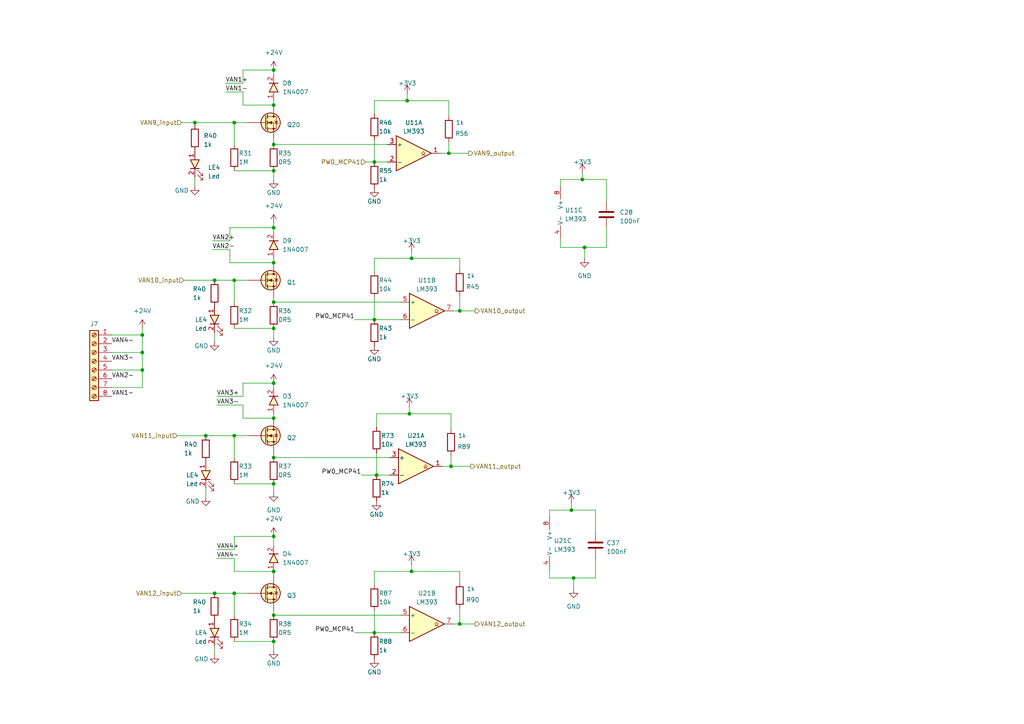
<source format=kicad_sch>
(kicad_sch (version 20230121) (generator eeschema)
  (paper "A4")
  (lib_symbols
    (symbol "Comparator:LM393" (pin_names (offset 0.127))
      (property "Reference" "U" (at 3.81 3.81 0))
      (property "Value" "LM393" (at 6.35 -3.81 0))
      (symbol "LM393_1_1"
        (polyline (pts (xy -5.08 5.08) (xy 5.08 0) (xy -5.08 -5.08) (xy -5.08 5.08)) (stroke (width 0.254)) (fill (type background)))
        (polyline (pts (xy 3.302 -0.508) (xy 2.794 -0.508) (xy 3.302 0) (xy 2.794 0.508) (xy 2.286 0) (xy 2.794 -0.508) (xy 2.286 -0.508)) (stroke (width 0.127)))
        (pin open_collector line (at 7.62 0 180) (length 2.54) (name "~") (number "1"))
        (pin input line (at -7.62 -2.54 0) (length 2.54) (name "-") (number "2"))
        (pin input line (at -7.62 2.54 0) (length 2.54) (name "+") (number "3"))
      )
      (symbol "LM393_2_1"
        (polyline (pts (xy -5.08 5.08) (xy 5.08 0) (xy -5.08 -5.08) (xy -5.08 5.08)) (stroke (width 0.254)) (fill (type background)))
        (polyline (pts (xy 3.302 -0.508) (xy 2.794 -0.508) (xy 3.302 0) (xy 2.794 0.508) (xy 2.286 0) (xy 2.794 -0.508) (xy 2.286 -0.508)) (stroke (width 0.127)))
        (pin input line (at -7.62 2.54 0) (length 2.54) (name "+") (number "5"))
        (pin input line (at -7.62 -2.54 0) (length 2.54) (name "-") (number "6"))
        (pin open_collector line (at 7.62 0 180) (length 2.54) (name "~") (number "7"))
      )
      (symbol "LM393_3_1"
        (pin power_in line (at -2.54 -7.62 90) (length 3.81) (name "V-") (number "4"))
        (pin power_in line (at -2.54 7.62 270) (length 3.81) (name "V+") (number "8"))
      )
    )
    (symbol "Connector:Screw_Terminal_01x08" (pin_names (offset 1.016) hide)
      (property "Reference" "J" (at 0 10.16 0))
      (property "Value" "Screw_Terminal_01x08" (at 0 -12.7 0))
      (symbol "Screw_Terminal_01x08_1_1"
        (rectangle (start -1.27 8.89) (end 1.27 -11.43) (stroke (width 0.254)) (fill (type background)))
        (circle (center 0 -10.16) (radius 0.635) (stroke (width 0.1524)))
        (circle (center 0 -7.62) (radius 0.635) (stroke (width 0.1524)))
        (circle (center 0 -5.08) (radius 0.635) (stroke (width 0.1524)))
        (circle (center 0 -2.54) (radius 0.635) (stroke (width 0.1524)))
        (polyline (pts (xy -0.5334 -9.8298) (xy 0.3302 -10.668)) (stroke (width 0.1524)))
        (polyline (pts (xy -0.5334 -7.2898) (xy 0.3302 -8.128)) (stroke (width 0.1524)))
        (polyline (pts (xy -0.5334 -4.7498) (xy 0.3302 -5.588)) (stroke (width 0.1524)))
        (polyline (pts (xy -0.5334 -2.2098) (xy 0.3302 -3.048)) (stroke (width 0.1524)))
        (polyline (pts (xy -0.5334 0.3302) (xy 0.3302 -0.508)) (stroke (width 0.1524)))
        (polyline (pts (xy -0.5334 2.8702) (xy 0.3302 2.032)) (stroke (width 0.1524)))
        (polyline (pts (xy -0.5334 5.4102) (xy 0.3302 4.572)) (stroke (width 0.1524)))
        (polyline (pts (xy -0.5334 7.9502) (xy 0.3302 7.112)) (stroke (width 0.1524)))
        (polyline (pts (xy -0.3556 -9.652) (xy 0.508 -10.4902)) (stroke (width 0.1524)))
        (polyline (pts (xy -0.3556 -7.112) (xy 0.508 -7.9502)) (stroke (width 0.1524)))
        (polyline (pts (xy -0.3556 -4.572) (xy 0.508 -5.4102)) (stroke (width 0.1524)))
        (polyline (pts (xy -0.3556 -2.032) (xy 0.508 -2.8702)) (stroke (width 0.1524)))
        (polyline (pts (xy -0.3556 0.508) (xy 0.508 -0.3302)) (stroke (width 0.1524)))
        (polyline (pts (xy -0.3556 3.048) (xy 0.508 2.2098)) (stroke (width 0.1524)))
        (polyline (pts (xy -0.3556 5.588) (xy 0.508 4.7498)) (stroke (width 0.1524)))
        (polyline (pts (xy -0.3556 8.128) (xy 0.508 7.2898)) (stroke (width 0.1524)))
        (circle (center 0 0) (radius 0.635) (stroke (width 0.1524)))
        (circle (center 0 2.54) (radius 0.635) (stroke (width 0.1524)))
        (circle (center 0 5.08) (radius 0.635) (stroke (width 0.1524)))
        (circle (center 0 7.62) (radius 0.635) (stroke (width 0.1524)))
        (pin passive line (at -5.08 7.62 0) (length 3.81) (name "Pin_1") (number "1"))
        (pin passive line (at -5.08 5.08 0) (length 3.81) (name "Pin_2") (number "2"))
        (pin passive line (at -5.08 2.54 0) (length 3.81) (name "Pin_3") (number "3"))
        (pin passive line (at -5.08 0 0) (length 3.81) (name "Pin_4") (number "4"))
        (pin passive line (at -5.08 -2.54 0) (length 3.81) (name "Pin_5") (number "5"))
        (pin passive line (at -5.08 -5.08 0) (length 3.81) (name "Pin_6") (number "6"))
        (pin passive line (at -5.08 -7.62 0) (length 3.81) (name "Pin_7") (number "7"))
        (pin passive line (at -5.08 -10.16 0) (length 3.81) (name "Pin_8") (number "8"))
      )
    )
    (symbol "Device:C" (pin_numbers hide) (pin_names (offset 0.254))
      (property "Reference" "C" (at 0.635 2.54 0))
      (property "Value" "C" (at 0.635 -2.54 0))
      (symbol "C_0_1"
        (polyline (pts (xy -2.032 -0.762) (xy 2.032 -0.762)) (stroke (width 0.508)))
        (polyline (pts (xy -2.032 0.762) (xy 2.032 0.762)) (stroke (width 0.508)))
      )
      (symbol "C_1_1"
        (pin passive line (at 0 3.81 270) (length 2.794) (name "~") (number "1"))
        (pin passive line (at 0 -3.81 90) (length 2.794) (name "~") (number "2"))
      )
    )
    (symbol "Device:R" (pin_numbers hide) (pin_names (offset 0))
      (property "Reference" "R" (at 2.032 0 90))
      (property "Value" "R" (at 0 0 90))
      (symbol "R_0_1"
        (rectangle (start -1.016 -2.54) (end 1.016 2.54) (stroke (width 0.254)))
      )
      (symbol "R_1_1"
        (pin passive line (at 0 3.81 270) (length 1.27) (name "~") (number "1"))
        (pin passive line (at 0 -3.81 90) (length 1.27) (name "~") (number "2"))
      )
    )
    (symbol "IVS_SYMBOLS:Led"
      (property "Reference" "LE" (at 0.508 -2.794 0))
      (property "Value" "Led" (at -0.254 2.794 0))
      (symbol "Led_0_1"
        (polyline (pts (xy 0 -1.27) (xy 0 1.27)) (stroke (width 0.254)))
        (polyline (pts (xy 2.54 -1.27) (xy 2.54 1.27) (xy 0 0) (xy 2.54 -1.27)) (stroke (width 0.254)) (fill (type background)))
        (polyline (pts (xy -1.778 -0.762) (xy -3.302 -2.286) (xy -2.54 -2.286) (xy -3.302 -2.286) (xy -3.302 -1.524)))
        (polyline (pts (xy -0.508 -0.762) (xy -2.032 -2.286) (xy -1.27 -2.286) (xy -2.032 -2.286) (xy -2.032 -1.524)))
      )
      (symbol "Led_1_1"
        (pin passive line (at 5.08 0 180) (length 2.54) (name "") (number "1"))
        (pin passive line (at -2.54 0 0) (length 2.54) (name "") (number "2"))
      )
    )
    (symbol "IVS_SYMBOLS:N_Mosfet" (pin_numbers hide) (pin_names hide)
      (property "Reference" "Q" (at 2.794 1.2192 0))
      (symbol "N_Mosfet_0_1"
        (circle (center -0.889 0) (radius 2.794) (stroke (width 0.254)) (fill (type background)))
        (circle (center 0 -1.778) (radius 0.254) (fill (type outline)))
        (polyline (pts (xy -2.286 0) (xy -5.08 0)))
        (polyline (pts (xy -2.286 1.905) (xy -2.286 -1.905)) (stroke (width 0.254)))
        (polyline (pts (xy -1.778 -1.27) (xy -1.778 -2.286)) (stroke (width 0.254)))
        (polyline (pts (xy -1.778 0.508) (xy -1.778 -0.508)) (stroke (width 0.254)))
        (polyline (pts (xy -1.778 2.286) (xy -1.778 1.27)) (stroke (width 0.254)))
        (polyline (pts (xy 0 2.54) (xy 0 1.778)))
        (polyline (pts (xy 0 -2.54) (xy 0 0) (xy -1.778 0)))
        (polyline (pts (xy -1.778 -1.778) (xy 0.762 -1.778) (xy 0.762 1.778) (xy -1.778 1.778)))
        (polyline (pts (xy -1.524 0) (xy -0.508 0.381) (xy -0.508 -0.381) (xy -1.524 0)) (fill (type outline)))
        (polyline (pts (xy 0.254 0.508) (xy 0.381 0.381) (xy 1.143 0.381) (xy 1.27 0.254)))
        (polyline (pts (xy 0.762 0.381) (xy 0.381 -0.254) (xy 1.143 -0.254) (xy 0.762 0.381)))
        (circle (center 0 1.778) (radius 0.254) (fill (type outline)))
      )
      (symbol "N_Mosfet_1_1"
        (pin input line (at -7.62 0 0) (length 2.54) (name "G") (number "1"))
        (pin passive line (at 0 -5.08 90) (length 2.54) (name "S") (number "2"))
        (pin passive line (at 0 5.08 270) (length 2.54) (name "D") (number "3"))
      )
    )
    (symbol "IVS_SYMBOL_DIR:D_Diode"
      (property "Reference" "D" (at 0 2.54 0))
      (property "Value" "D_Diode" (at 0 -2.54 0))
      (symbol "D_Diode_0_1"
        (polyline (pts (xy 0 1.27) (xy 0 -1.27)) (stroke (width 0.254)))
        (polyline (pts (xy 2.54 1.27) (xy 2.54 -1.27) (xy 0 0) (xy 2.54 1.27)) (stroke (width 0.254)) (fill (type background)))
      )
      (symbol "D_Diode_1_1"
        (pin passive line (at 5.08 0 180) (length 2.54) (name "") (number "1"))
        (pin passive line (at -2.54 0 0) (length 2.54) (name "") (number "2"))
      )
    )
    (symbol "Led_1"
      (property "Reference" "LE" (at 0.508 -2.794 0))
      (property "Value" "Led" (at -0.254 2.794 0))
      (symbol "Led_1_0_1"
        (polyline (pts (xy 0 -1.27) (xy 0 1.27)) (stroke (width 0.254)))
        (polyline (pts (xy 2.54 -1.27) (xy 2.54 1.27) (xy 0 0) (xy 2.54 -1.27)) (stroke (width 0.254)) (fill (type background)))
        (polyline (pts (xy -1.778 -0.762) (xy -3.302 -2.286) (xy -2.54 -2.286) (xy -3.302 -2.286) (xy -3.302 -1.524)))
        (polyline (pts (xy -0.508 -0.762) (xy -2.032 -2.286) (xy -1.27 -2.286) (xy -2.032 -2.286) (xy -2.032 -1.524)))
      )
      (symbol "Led_1_1_1"
        (pin passive line (at 5.08 0 180) (length 2.54) (name "") (number "1"))
        (pin passive line (at -2.54 0 0) (length 2.54) (name "") (number "2"))
      )
    )
    (symbol "Led_2"
      (property "Reference" "LE" (at 0.508 -2.794 0))
      (property "Value" "Led" (at -0.254 2.794 0))
      (symbol "Led_2_0_1"
        (polyline (pts (xy 0 -1.27) (xy 0 1.27)) (stroke (width 0.254)))
        (polyline (pts (xy 2.54 -1.27) (xy 2.54 1.27) (xy 0 0) (xy 2.54 -1.27)) (stroke (width 0.254)) (fill (type background)))
        (polyline (pts (xy -1.778 -0.762) (xy -3.302 -2.286) (xy -2.54 -2.286) (xy -3.302 -2.286) (xy -3.302 -1.524)))
        (polyline (pts (xy -0.508 -0.762) (xy -2.032 -2.286) (xy -1.27 -2.286) (xy -2.032 -2.286) (xy -2.032 -1.524)))
      )
      (symbol "Led_2_1_1"
        (pin passive line (at 5.08 0 180) (length 2.54) (name "") (number "1"))
        (pin passive line (at -2.54 0 0) (length 2.54) (name "") (number "2"))
      )
    )
    (symbol "Led_3"
      (property "Reference" "LE" (at 0.508 -2.794 0))
      (property "Value" "Led" (at -0.254 2.794 0))
      (symbol "Led_3_0_1"
        (polyline (pts (xy 0 -1.27) (xy 0 1.27)) (stroke (width 0.254)))
        (polyline (pts (xy 2.54 -1.27) (xy 2.54 1.27) (xy 0 0) (xy 2.54 -1.27)) (stroke (width 0.254)) (fill (type background)))
        (polyline (pts (xy -1.778 -0.762) (xy -3.302 -2.286) (xy -2.54 -2.286) (xy -3.302 -2.286) (xy -3.302 -1.524)))
        (polyline (pts (xy -0.508 -0.762) (xy -2.032 -2.286) (xy -1.27 -2.286) (xy -2.032 -2.286) (xy -2.032 -1.524)))
      )
      (symbol "Led_3_1_1"
        (pin passive line (at 5.08 0 180) (length 2.54) (name "") (number "1"))
        (pin passive line (at -2.54 0 0) (length 2.54) (name "") (number "2"))
      )
    )
    (symbol "power:+24V" (power) (pin_names (offset 0))
      (property "Value" "+24V" (at 0 3.556 0))
      (symbol "+24V_0_1"
        (polyline (pts (xy -0.762 1.27) (xy 0 2.54)))
        (polyline (pts (xy 0 0) (xy 0 2.54)))
        (polyline (pts (xy 0 2.54) (xy 0.762 1.27)))
      )
      (symbol "+24V_1_1"
        (pin power_in line (at 0 0 90) (length 0) hide (name "+24V") (number "1"))
      )
    )
    (symbol "power:+3V3" (power) (pin_names (offset 0))
      (property "Value" "+3V3" (at 0 3.556 0))
      (symbol "+3V3_0_1"
        (polyline (pts (xy -0.762 1.27) (xy 0 2.54)))
        (polyline (pts (xy 0 0) (xy 0 2.54)))
        (polyline (pts (xy 0 2.54) (xy 0.762 1.27)))
      )
      (symbol "+3V3_1_1"
        (pin power_in line (at 0 0 90) (length 0) hide (name "+3V3") (number "1"))
      )
    )
    (symbol "power:GND" (power) (pin_names (offset 0))
      (property "Value" "GND" (at 0 -3.81 0))
      (symbol "GND_0_1"
        (polyline (pts (xy 0 0) (xy 0 -1.27) (xy 1.27 -1.27) (xy 0 -2.54) (xy -1.27 -1.27) (xy 0 -1.27)))
      )
      (symbol "GND_1_1"
        (pin power_in line (at 0 0 270) (length 0) hide (name "GND") (number "1"))
      )
    )
  )
  (junction (at 79.375 178.435))
  (junction (at 118.745 120.015))
  (junction (at 62.23 172.085))
  (junction (at 79.375 165.735))
  (junction (at 41.275 102.235))
  (junction (at 166.37 167.64))
  (junction (at 41.275 97.155))
  (junction (at 79.375 111.125))
  (junction (at 67.945 35.56))
  (junction (at 67.945 172.085))
  (junction (at 79.375 30.48))
  (junction (at 130.81 135.255))
  (junction (at 169.545 71.755))
  (junction (at 118.11 29.21))
  (junction (at 67.945 81.28))
  (junction (at 62.23 81.28))
  (junction (at 133.35 90.17))
  (junction (at 79.375 186.055))
  (junction (at 79.375 132.715))
  (junction (at 67.945 126.365))
  (junction (at 168.91 52.07))
  (junction (at 79.375 41.91))
  (junction (at 130.175 44.45))
  (junction (at 79.375 95.25))
  (junction (at 41.275 107.315))
  (junction (at 79.375 121.285))
  (junction (at 79.375 66.04))
  (junction (at 79.375 49.53))
  (junction (at 165.735 147.955))
  (junction (at 119.38 74.93))
  (junction (at 109.22 137.795))
  (junction (at 108.585 183.515))
  (junction (at 59.69 126.365))
  (junction (at 108.585 46.99))
  (junction (at 79.375 87.63))
  (junction (at 79.375 20.32))
  (junction (at 56.515 35.56))
  (junction (at 133.35 180.975))
  (junction (at 108.585 92.71))
  (junction (at 79.375 155.575))
  (junction (at 119.38 165.735))
  (junction (at 79.375 76.2))
  (junction (at 79.375 140.335))
  (wire (pts (xy 67.945 172.085) (xy 71.755 172.085)))
  (wire (pts (xy 108.585 169.545) (xy 108.585 165.735)))
  (wire (pts (xy 70.485 20.32) (xy 79.375 20.32)))
  (wire (pts (xy 162.56 69.215) (xy 162.56 71.755)))
  (wire (pts (xy 175.895 71.755) (xy 175.895 66.04)))
  (wire (pts (xy 67.945 35.56) (xy 71.755 35.56)))
  (wire (pts (xy 102.87 92.71) (xy 108.585 92.71)))
  (wire (pts (xy 109.22 137.795) (xy 113.03 137.795)))
  (wire (pts (xy 79.375 131.445) (xy 79.375 132.715)))
  (wire (pts (xy 118.745 120.015) (xy 109.22 120.015)))
  (wire (pts (xy 56.515 36.195) (xy 56.515 35.56)))
  (wire (pts (xy 159.385 167.64) (xy 166.37 167.64)))
  (wire (pts (xy 79.375 140.335) (xy 79.375 142.875)))
  (wire (pts (xy 66.675 69.85) (xy 66.675 66.04)))
  (wire (pts (xy 32.385 107.315) (xy 41.275 107.315)))
  (wire (pts (xy 79.375 95.25) (xy 79.375 97.79)))
  (wire (pts (xy 62.23 81.28) (xy 67.945 81.28)))
  (wire (pts (xy 133.35 176.53) (xy 133.35 180.975)))
  (wire (pts (xy 159.385 165.1) (xy 159.385 167.64)))
  (wire (pts (xy 79.375 120.015) (xy 79.375 121.285)))
  (wire (pts (xy 67.945 165.735) (xy 79.375 165.735)))
  (wire (pts (xy 61.595 69.85) (xy 66.675 69.85)))
  (wire (pts (xy 70.485 24.13) (xy 70.485 20.32)))
  (wire (pts (xy 62.865 161.925) (xy 67.945 161.925)))
  (wire (pts (xy 130.175 44.45) (xy 135.89 44.45)))
  (wire (pts (xy 119.38 73.025) (xy 119.38 74.93)))
  (wire (pts (xy 62.865 117.475) (xy 70.485 117.475)))
  (wire (pts (xy 108.585 74.93) (xy 119.38 74.93)))
  (wire (pts (xy 133.35 90.17) (xy 131.445 90.17)))
  (wire (pts (xy 62.23 187.325) (xy 62.23 189.865)))
  (wire (pts (xy 67.945 49.53) (xy 79.375 49.53)))
  (wire (pts (xy 79.375 64.77) (xy 79.375 66.04)))
  (wire (pts (xy 106.045 46.99) (xy 108.585 46.99)))
  (wire (pts (xy 165.735 146.05) (xy 165.735 147.955)))
  (wire (pts (xy 41.275 97.155) (xy 41.275 102.235)))
  (wire (pts (xy 52.705 172.085) (xy 62.23 172.085)))
  (wire (pts (xy 109.22 131.445) (xy 109.22 137.795)))
  (wire (pts (xy 79.375 155.575) (xy 79.375 158.115)))
  (wire (pts (xy 79.375 49.53) (xy 79.375 52.07)))
  (wire (pts (xy 79.375 177.165) (xy 79.375 178.435)))
  (wire (pts (xy 62.865 159.385) (xy 67.945 159.385)))
  (wire (pts (xy 67.945 95.25) (xy 79.375 95.25)))
  (wire (pts (xy 62.23 96.52) (xy 62.23 99.06)))
  (wire (pts (xy 127.635 44.45) (xy 130.175 44.45)))
  (wire (pts (xy 59.69 141.605) (xy 59.69 144.145)))
  (wire (pts (xy 79.375 86.36) (xy 79.375 87.63)))
  (wire (pts (xy 175.895 52.07) (xy 168.91 52.07)))
  (wire (pts (xy 79.375 132.715) (xy 113.03 132.715)))
  (wire (pts (xy 159.385 147.955) (xy 159.385 149.86)))
  (wire (pts (xy 67.945 81.28) (xy 71.755 81.28)))
  (wire (pts (xy 52.705 35.56) (xy 56.515 35.56)))
  (wire (pts (xy 70.485 117.475) (xy 70.485 121.285)))
  (wire (pts (xy 67.945 126.365) (xy 67.945 132.715)))
  (wire (pts (xy 130.175 29.21) (xy 118.11 29.21)))
  (wire (pts (xy 166.37 167.64) (xy 172.72 167.64)))
  (wire (pts (xy 130.81 135.255) (xy 136.525 135.255)))
  (wire (pts (xy 128.27 135.255) (xy 130.81 135.255)))
  (wire (pts (xy 70.485 111.125) (xy 79.375 111.125)))
  (wire (pts (xy 109.22 123.825) (xy 109.22 120.015)))
  (wire (pts (xy 118.11 29.21) (xy 108.585 29.21)))
  (wire (pts (xy 118.11 27.305) (xy 118.11 29.21)))
  (wire (pts (xy 102.87 183.515) (xy 108.585 183.515)))
  (wire (pts (xy 118.745 118.11) (xy 118.745 120.015)))
  (wire (pts (xy 79.375 74.93) (xy 79.375 76.2)))
  (wire (pts (xy 62.23 172.085) (xy 67.945 172.085)))
  (wire (pts (xy 108.585 177.165) (xy 108.585 183.515)))
  (wire (pts (xy 169.545 71.755) (xy 175.895 71.755)))
  (wire (pts (xy 51.435 126.365) (xy 59.69 126.365)))
  (wire (pts (xy 130.81 132.08) (xy 130.81 135.255)))
  (wire (pts (xy 162.56 52.07) (xy 162.56 53.975)))
  (wire (pts (xy 172.72 154.305) (xy 172.72 147.955)))
  (wire (pts (xy 108.585 33.02) (xy 108.585 29.21)))
  (wire (pts (xy 62.865 114.935) (xy 70.485 114.935)))
  (wire (pts (xy 133.35 165.735) (xy 133.35 168.91)))
  (wire (pts (xy 116.205 87.63) (xy 79.375 87.63)))
  (wire (pts (xy 67.945 87.63) (xy 67.945 81.28)))
  (wire (pts (xy 70.485 114.935) (xy 70.485 111.125)))
  (wire (pts (xy 133.35 85.725) (xy 133.35 90.17)))
  (wire (pts (xy 67.945 155.575) (xy 79.375 155.575)))
  (wire (pts (xy 119.38 165.735) (xy 133.35 165.735)))
  (wire (pts (xy 67.945 140.335) (xy 79.375 140.335)))
  (wire (pts (xy 79.375 20.32) (xy 79.375 21.59)))
  (wire (pts (xy 168.91 50.165) (xy 168.91 52.07)))
  (wire (pts (xy 130.81 124.46) (xy 130.81 120.015)))
  (wire (pts (xy 133.35 90.17) (xy 137.795 90.17)))
  (wire (pts (xy 67.945 41.91) (xy 67.945 35.56)))
  (wire (pts (xy 108.585 86.36) (xy 108.585 92.71)))
  (wire (pts (xy 172.72 147.955) (xy 165.735 147.955)))
  (wire (pts (xy 172.72 167.64) (xy 172.72 161.925)))
  (wire (pts (xy 65.405 24.13) (xy 70.485 24.13)))
  (wire (pts (xy 108.585 46.99) (xy 112.395 46.99)))
  (wire (pts (xy 79.375 111.125) (xy 79.375 112.395)))
  (wire (pts (xy 169.545 71.755) (xy 169.545 74.93)))
  (wire (pts (xy 119.38 163.83) (xy 119.38 165.735)))
  (wire (pts (xy 67.945 178.435) (xy 67.945 172.085)))
  (wire (pts (xy 130.175 33.655) (xy 130.175 29.21)))
  (wire (pts (xy 166.37 167.64) (xy 166.37 170.815)))
  (wire (pts (xy 79.375 165.735) (xy 79.375 167.005)))
  (wire (pts (xy 79.375 186.055) (xy 79.375 188.595)))
  (wire (pts (xy 165.735 147.955) (xy 159.385 147.955)))
  (wire (pts (xy 67.945 186.055) (xy 79.375 186.055)))
  (wire (pts (xy 66.675 72.39) (xy 66.675 76.2)))
  (wire (pts (xy 67.945 126.365) (xy 71.755 126.365)))
  (wire (pts (xy 108.585 165.735) (xy 119.38 165.735)))
  (wire (pts (xy 67.945 159.385) (xy 67.945 155.575)))
  (wire (pts (xy 133.35 180.975) (xy 131.445 180.975)))
  (wire (pts (xy 116.205 178.435) (xy 79.375 178.435)))
  (wire (pts (xy 108.585 78.74) (xy 108.585 74.93)))
  (wire (pts (xy 32.385 102.235) (xy 41.275 102.235)))
  (wire (pts (xy 53.34 81.28) (xy 62.23 81.28)))
  (wire (pts (xy 79.375 29.21) (xy 79.375 30.48)))
  (wire (pts (xy 162.56 71.755) (xy 169.545 71.755)))
  (wire (pts (xy 130.175 41.275) (xy 130.175 44.45)))
  (wire (pts (xy 70.485 26.67) (xy 70.485 30.48)))
  (wire (pts (xy 175.895 58.42) (xy 175.895 52.07)))
  (wire (pts (xy 59.69 126.365) (xy 67.945 126.365)))
  (wire (pts (xy 108.585 92.71) (xy 116.205 92.71)))
  (wire (pts (xy 133.35 180.975) (xy 137.795 180.975)))
  (wire (pts (xy 70.485 30.48) (xy 79.375 30.48)))
  (wire (pts (xy 70.485 121.285) (xy 79.375 121.285)))
  (wire (pts (xy 41.275 107.315) (xy 41.275 112.395)))
  (wire (pts (xy 32.385 97.155) (xy 41.275 97.155)))
  (wire (pts (xy 56.515 35.56) (xy 67.945 35.56)))
  (wire (pts (xy 67.945 161.925) (xy 67.945 165.735)))
  (wire (pts (xy 168.91 52.07) (xy 162.56 52.07)))
  (wire (pts (xy 66.675 66.04) (xy 79.375 66.04)))
  (wire (pts (xy 108.585 40.64) (xy 108.585 46.99)))
  (wire (pts (xy 79.375 66.04) (xy 79.375 67.31)))
  (wire (pts (xy 104.775 137.795) (xy 109.22 137.795)))
  (wire (pts (xy 41.275 112.395) (xy 32.385 112.395)))
  (wire (pts (xy 133.35 74.93) (xy 133.35 78.105)))
  (wire (pts (xy 66.675 76.2) (xy 79.375 76.2)))
  (wire (pts (xy 41.275 102.235) (xy 41.275 107.315)))
  (wire (pts (xy 65.405 26.67) (xy 70.485 26.67)))
  (wire (pts (xy 41.275 95.25) (xy 41.275 97.155)))
  (wire (pts (xy 130.81 120.015) (xy 118.745 120.015)))
  (wire (pts (xy 61.595 72.39) (xy 66.675 72.39)))
  (wire (pts (xy 79.375 40.64) (xy 79.375 41.91)))
  (wire (pts (xy 108.585 183.515) (xy 116.205 183.515)))
  (wire (pts (xy 79.375 41.91) (xy 112.395 41.91)))
  (wire (pts (xy 56.515 51.435) (xy 56.515 53.975)))
  (wire (pts (xy 119.38 74.93) (xy 133.35 74.93)))
  (label "VAN4+" (at 62.865 159.385 0))
  (label "VAN2+" (at 61.595 69.85 0))
  (label "PW0_MCP41" (at 104.775 137.795 180))
  (label "VAN3-" (at 62.865 117.475 0))
  (label "VAN1-" (at 32.385 114.935 0))
  (label "PW0_MCP41" (at 102.87 183.515 180))
  (label "VAN1-" (at 65.405 26.67 0))
  (label "VAN3-" (at 32.385 104.775 0))
  (label "VAN4-" (at 62.865 161.925 0))
  (label "VAN4-" (at 32.385 99.695 0))
  (label "PW0_MCP41" (at 102.87 92.71 180))
  (label "VAN1+" (at 65.405 24.13 0))
  (label "VAN2-" (at 61.595 72.39 0))
  (label "VAN2-" (at 32.385 109.855 0))
  (label "VAN3+" (at 62.865 114.935 0))
  (hierarchical_label "VAN10_output" (shape output) (at 137.795 90.17 0))
  (hierarchical_label "VAN9_input" (shape input) (at 52.705 35.56 180))
  (hierarchical_label "VAN12_output" (shape output) (at 137.795 180.975 0))
  (hierarchical_label "PW0_MCP41" (shape input) (at 106.045 46.99 180))
  (hierarchical_label "VAN11_input" (shape input) (at 51.435 126.365 180))
  (hierarchical_label "VAN10_input" (shape input) (at 53.34 81.28 180))
  (hierarchical_label "VAN9_output" (shape output) (at 135.89 44.45 0))
  (hierarchical_label "VAN11_output" (shape output) (at 136.525 135.255 0))
  (hierarchical_label "VAN12_input" (shape input) (at 52.705 172.085 180))
  (symbol (lib_id "power:GND") (at 169.545 74.93 0) (unit 1)
    (property "Reference" "#PWR081" (effects hide))
    (property "Value" "GND" (at 169.545 80.01 0))
    (instances (project "dongtam" (path "" (reference "#PWR081") (unit 1)) (path "" (reference "#PWR0195") (unit 1))))
  )
  (symbol (lib_id "power:+3V3") (at 118.745 118.11 0) (unit 1)
    (property "Reference" "#PWR0105" (effects hide))
    (property "Value" "+3V3" (at 118.745 114.935 0))
    (instances (project "dongtam" (path "" (reference "#PWR0105") (unit 1)) (path "" (reference "#PWR0189") (unit 1))))
  )
  (symbol (lib_id "Connector:Screw_Terminal_01x08") (at 27.305 104.775 0) (mirror y) (unit 1)
    (property "Reference" "J7" (at 27.305 93.98 0))
    (property "Value" "Screw_Terminal_01x08" (effects hide))
    (property "Footprint" "IVS_FOOTPRINTS:HT-3.96mm" (effects hide))
    (instances (project "dongtam" (path "" (reference "J7") (unit 1)) (path "" (reference "J9") (unit 1))))
  )
  (symbol (lib_id "Device:R") (at 79.375 136.525 0) (unit 1)
    (property "Reference" "R37" (at 80.645 135.255 0) (effects (justify left)))
    (property "Value" "0R5" (at 80.645 137.795 0) (effects (justify left)))
    (property "Footprint" "IVS_FOOTPRINTS:R_0805" (effects hide))
    (instances (project "dongtam" (path "" (reference "R37") (unit 1)) (path "" (reference "R77") (unit 1))))
  )
  (symbol (lib_id "power:GND") (at 108.585 100.33 0) (unit 1)
    (property "Reference" "#PWR082" (effects hide))
    (property "Value" "GND" (at 108.585 104.14 0))
    (instances (project "dongtam" (path "" (reference "#PWR082") (unit 1)) (path "" (reference "#PWR0129") (unit 1))))
  )
  (symbol (lib_id "IVS_SYMBOL_DIR:D_Diode") (at 79.375 69.85 270) (unit 1)
    (property "Reference" "D9" (at 81.915 69.8499 90) (effects (justify left)))
    (property "Value" "1N4007" (at 81.915 72.3899 90) (effects (justify left)))
    (property "Footprint" "IVS_FOOTPRINTS:D_SOD323" (effects hide))
    (instances (project "dongtam" (path "" (reference "D9") (unit 1)) (path "" (reference "D15") (unit 1))))
  )
  (symbol (lib_id "Device:R") (at 130.81 128.27 180) (unit 1)
    (property "Reference" "R89" (at 136.525 129.54 0) (effects (justify left)))
    (property "Value" "1k" (at 135.255 126.365 0) (effects (justify left)))
    (property "Footprint" "IVS_FOOTPRINTS:R_0603" (effects hide))
    (instances (project "dongtam" (path "" (reference "R89") (unit 1)) (path "" (reference "R139") (unit 1))))
  )
  (symbol (lib_id "power:+3V3") (at 168.91 50.165 0) (unit 1)
    (property "Reference" "#PWR04" (effects hide))
    (property "Value" "+3V3" (at 168.91 46.99 0))
    (instances (project "dongtam" (path "" (reference "#PWR04") (unit 1)) (path "" (reference "#PWR0194") (unit 1))))
  )
  (symbol (lib_id "Comparator:LM393") (at 120.65 135.255 0) (unit 1)
    (property "Reference" "U21" (at 120.65 126.365 0))
    (property "Value" "LM393" (at 120.65 128.905 0))
    (property "Footprint" "IVS_FOOTPRINTS:SOIC-8_3.9x4.9mm_P1.27mm" (effects hide))
    (property "Datasheet" "http://www.ti.com/lit/ds/symlink/lm393.pdf" (effects hide))
    (instances (project "dongtam" (path "" (reference "U21") (unit 1)) (path "" (reference "U23") (unit 1))))
  )
  (symbol (lib_id "power:GND") (at 59.69 144.145 0) (unit 1)
    (property "Reference" "#PWR083" (effects hide))
    (property "Value" "GND" (at 55.88 145.415 0))
    (instances (project "dongtam" (path "" (reference "#PWR083") (unit 1)) (path "" (reference "#PWR0141") (unit 1)) (path "" (reference "#PWR0113") (unit 1))))
  )
  (symbol (lib_id "Device:R") (at 108.585 82.55 0) (unit 1)
    (property "Reference" "R44" (at 109.855 81.28 0) (effects (justify left)))
    (property "Value" "10k" (at 109.855 83.82 0) (effects (justify left)))
    (property "Footprint" "IVS_FOOTPRINTS:R_0603" (effects hide))
    (instances (project "dongtam" (path "" (reference "R44") (unit 1)) (path "" (reference "R132") (unit 1))))
  )
  (symbol (lib_id "Device:R") (at 79.375 91.44 0) (unit 1)
    (property "Reference" "R36" (at 80.645 90.17 0) (effects (justify left)))
    (property "Value" "0R5" (at 80.645 92.71 0) (effects (justify left)))
    (property "Footprint" "IVS_FOOTPRINTS:R_0805" (effects hide))
    (instances (project "dongtam" (path "" (reference "R36") (unit 1)) (path "" (reference "R76") (unit 1))))
  )
  (symbol (lib_id "power:GND") (at 79.375 188.595 0) (unit 1)
    (property "Reference" "#PWR080" (effects hide))
    (property "Value" "GND" (at 79.375 192.405 0))
    (instances (project "dongtam" (path "" (reference "#PWR080") (unit 1)) (path "" (reference "#PWR0127") (unit 1))))
  )
  (symbol (lib_name "Led_3") (lib_id "IVS_SYMBOLS:Led") (at 62.23 93.98 90) (unit 1)
    (property "Reference" "LE4" (at 56.515 92.71 90) (effects (justify right)))
    (property "Value" "Led" (at 56.515 95.25 90) (effects (justify right)))
    (property "Footprint" "IVS_FOOTPRINTS:LED_0603" (effects hide))
    (instances (project "dongtam" (path "" (reference "LE4") (unit 1)) (path "" (reference "LE7") (unit 1)) (path "" (reference "LE16") (unit 1))))
  )
  (symbol (lib_id "Device:R") (at 108.585 50.8 0) (unit 1)
    (property "Reference" "R55" (at 109.855 49.53 0) (effects (justify left)))
    (property "Value" "1k" (at 109.855 52.07 0) (effects (justify left)))
    (property "Footprint" "IVS_FOOTPRINTS:R_0603" (effects hide))
    (instances (project "dongtam" (path "" (reference "R55") (unit 1)) (path "" (reference "R131") (unit 1))))
  )
  (symbol (lib_id "Device:R") (at 67.945 91.44 0) (unit 1)
    (property "Reference" "R32" (at 69.215 90.17 0) (effects (justify left)))
    (property "Value" "1M" (at 69.215 92.71 0) (effects (justify left)))
    (property "Footprint" "IVS_FOOTPRINTS:R_0603" (effects hide))
    (instances (project "dongtam" (path "" (reference "R32") (unit 1)) (path "" (reference "R68") (unit 1))))
  )
  (symbol (lib_id "power:GND") (at 109.22 145.415 0) (unit 1)
    (property "Reference" "#PWR091" (effects hide))
    (property "Value" "GND" (at 109.22 149.225 0))
    (instances (project "dongtam" (path "" (reference "#PWR091") (unit 1)) (path "" (reference "#PWR0187") (unit 1))))
  )
  (symbol (lib_id "Device:R") (at 108.585 96.52 0) (unit 1)
    (property "Reference" "R43" (at 109.855 95.25 0) (effects (justify left)))
    (property "Value" "1k" (at 109.855 97.79 0) (effects (justify left)))
    (property "Footprint" "IVS_FOOTPRINTS:R_0603" (effects hide))
    (instances (project "dongtam" (path "" (reference "R43") (unit 1)) (path "" (reference "R133") (unit 1))))
  )
  (symbol (lib_id "power:GND") (at 166.37 170.815 0) (unit 1)
    (property "Reference" "#PWR0123" (effects hide))
    (property "Value" "GND" (at 166.37 175.895 0))
    (instances (project "dongtam" (path "" (reference "#PWR0123") (unit 1)) (path "" (reference "#PWR0193") (unit 1))))
  )
  (symbol (lib_id "power:GND") (at 56.515 53.975 0) (unit 1)
    (property "Reference" "#PWR083" (effects hide))
    (property "Value" "GND" (at 52.705 55.245 0))
    (instances (project "dongtam" (path "" (reference "#PWR083") (unit 1)) (path "" (reference "#PWR0124") (unit 1)) (path "" (reference "#PWR0112") (unit 1))))
  )
  (symbol (lib_id "Device:R") (at 133.35 172.72 180) (unit 1)
    (property "Reference" "R90" (at 139.065 173.99 0) (effects (justify left)))
    (property "Value" "1k" (at 137.795 170.815 0) (effects (justify left)))
    (property "Footprint" "IVS_FOOTPRINTS:R_0603" (effects hide))
    (instances (project "dongtam" (path "" (reference "R90") (unit 1)) (path "" (reference "R141") (unit 1))))
  )
  (symbol (lib_id "Device:R") (at 79.375 182.245 0) (unit 1)
    (property "Reference" "R38" (at 80.645 180.975 0) (effects (justify left)))
    (property "Value" "0R5" (at 80.645 183.515 0) (effects (justify left)))
    (property "Footprint" "IVS_FOOTPRINTS:R_0805" (effects hide))
    (instances (project "dongtam" (path "" (reference "R38") (unit 1)) (path "" (reference "R78") (unit 1))))
  )
  (symbol (lib_id "Comparator:LM393") (at 165.1 61.595 0) (unit 3)
    (property "Reference" "U11" (at 163.83 60.96 0) (effects (justify left)))
    (property "Value" "LM393" (at 163.83 63.5 0) (effects (justify left)))
    (property "Footprint" "IVS_FOOTPRINTS:SOIC-8_3.9x4.9mm_P1.27mm" (effects hide))
    (property "Datasheet" "http://www.ti.com/lit/ds/symlink/lm393.pdf" (effects hide))
    (instances (project "dongtam" (path "" (reference "U11") (unit 3)) (path "" (reference "U13") (unit 3))))
  )
  (symbol (lib_id "power:+24V") (at 79.375 20.32 0) (unit 1)
    (property "Reference" "#PWR073" (effects hide))
    (property "Value" "+24V" (at 79.375 15.24 0))
    (instances (project "dongtam" (path "" (reference "#PWR073") (unit 1)) (path "" (reference "#PWR0116") (unit 1))))
  )
  (symbol (lib_id "power:GND") (at 79.375 52.07 0) (unit 1)
    (property "Reference" "#PWR074" (effects hide))
    (property "Value" "GND" (at 79.375 55.88 0))
    (instances (project "dongtam" (path "" (reference "#PWR074") (unit 1)) (path "" (reference "#PWR0117") (unit 1))))
  )
  (symbol (lib_id "Comparator:LM393") (at 161.925 157.48 0) (unit 3)
    (property "Reference" "U21" (at 160.655 156.845 0) (effects (justify left)))
    (property "Value" "LM393" (at 160.655 159.385 0) (effects (justify left)))
    (property "Footprint" "IVS_FOOTPRINTS:SOIC-8_3.9x4.9mm_P1.27mm" (effects hide))
    (property "Datasheet" "http://www.ti.com/lit/ds/symlink/lm393.pdf" (effects hide))
    (instances (project "dongtam" (path "" (reference "U21") (unit 3)) (path "" (reference "U23") (unit 3))))
  )
  (symbol (lib_id "Device:R") (at 67.945 45.72 0) (unit 1)
    (property "Reference" "R31" (at 69.215 44.45 0) (effects (justify left)))
    (property "Value" "1M" (at 69.215 46.99 0) (effects (justify left)))
    (property "Footprint" "IVS_FOOTPRINTS:R_0603" (effects hide))
    (instances (project "dongtam" (path "" (reference "R31") (unit 1)) (path "" (reference "R67") (unit 1))))
  )
  (symbol (lib_id "Device:R") (at 133.35 81.915 180) (unit 1)
    (property "Reference" "R45" (at 139.065 83.185 0) (effects (justify left)))
    (property "Value" "1k" (at 137.795 80.01 0) (effects (justify left)))
    (property "Footprint" "IVS_FOOTPRINTS:R_0603" (effects hide))
    (instances (project "dongtam" (path "" (reference "R45") (unit 1)) (path "" (reference "R140") (unit 1))))
  )
  (symbol (lib_id "IVS_SYMBOL_DIR:D_Diode") (at 79.375 24.13 270) (unit 1)
    (property "Reference" "D8" (at 81.915 24.1299 90) (effects (justify left)))
    (property "Value" "1N4007" (at 81.915 26.6699 90) (effects (justify left)))
    (property "Footprint" "IVS_FOOTPRINTS:D_SOD323" (effects hide))
    (instances (project "dongtam" (path "" (reference "D8") (unit 1)) (path "" (reference "D14") (unit 1))))
  )
  (symbol (lib_id "power:GND") (at 62.23 99.06 0) (unit 1)
    (property "Reference" "#PWR083" (effects hide))
    (property "Value" "GND" (at 58.42 100.33 0))
    (instances (project "dongtam" (path "" (reference "#PWR083") (unit 1)) (path "" (reference "#PWR0140") (unit 1)) (path "" (reference "#PWR0114") (unit 1))))
  )
  (symbol (lib_id "Comparator:LM393") (at 123.825 90.17 0) (unit 2)
    (property "Reference" "U11" (at 123.825 81.28 0))
    (property "Value" "LM393" (at 123.825 83.82 0))
    (property "Footprint" "IVS_FOOTPRINTS:SOIC-8_3.9x4.9mm_P1.27mm" (effects hide))
    (property "Datasheet" "http://www.ti.com/lit/ds/symlink/lm393.pdf" (effects hide))
    (instances (project "dongtam" (path "" (reference "U11") (unit 2)) (path "" (reference "U13") (unit 2))))
  )
  (symbol (lib_id "power:GND") (at 79.375 97.79 0) (unit 1)
    (property "Reference" "#PWR076" (effects hide))
    (property "Value" "GND" (at 79.375 101.6 0))
    (instances (project "dongtam" (path "" (reference "#PWR076") (unit 1)) (path "" (reference "#PWR0119") (unit 1))))
  )
  (symbol (lib_id "Device:R") (at 62.23 85.09 0) (unit 1)
    (property "Reference" "R40" (at 55.88 83.82 0) (effects (justify left)))
    (property "Value" "1k" (at 55.88 86.36 0) (effects (justify left)))
    (property "Footprint" "IVS_FOOTPRINTS:R_0603" (effects hide))
    (instances (project "dongtam" (path "" (reference "R40") (unit 1)) (path "" (reference "R115") (unit 1)) (path "" (reference "R65") (unit 1))))
  )
  (symbol (lib_id "IVS_SYMBOL_DIR:D_Diode") (at 79.375 160.655 270) (unit 1)
    (property "Reference" "D4" (at 81.915 160.6549 90) (effects (justify left)))
    (property "Value" "1N4007" (at 81.915 163.1949 90) (effects (justify left)))
    (property "Footprint" "IVS_FOOTPRINTS:D_SOD323" (effects hide))
    (instances (project "dongtam" (path "" (reference "D4") (unit 1)) (path "" (reference "D17") (unit 1))))
  )
  (symbol (lib_id "Comparator:LM393") (at 123.825 180.975 0) (unit 2)
    (property "Reference" "U21" (at 123.825 172.085 0))
    (property "Value" "LM393" (at 123.825 174.625 0))
    (property "Footprint" "IVS_FOOTPRINTS:SOIC-8_3.9x4.9mm_P1.27mm" (effects hide))
    (property "Datasheet" "http://www.ti.com/lit/ds/symlink/lm393.pdf" (effects hide))
    (instances (project "dongtam" (path "" (reference "U21") (unit 2)) (path "" (reference "U23") (unit 2))))
  )
  (symbol (lib_id "power:+24V") (at 79.375 64.77 0) (unit 1)
    (property "Reference" "#PWR075" (effects hide))
    (property "Value" "+24V" (at 79.375 59.69 0))
    (instances (project "dongtam" (path "" (reference "#PWR075") (unit 1)) (path "" (reference "#PWR0118") (unit 1))))
  )
  (symbol (lib_id "IVS_SYMBOL_DIR:D_Diode") (at 79.375 114.935 270) (unit 1)
    (property "Reference" "D3" (at 81.915 114.9349 90) (effects (justify left)))
    (property "Value" "1N4007" (at 81.915 117.4749 90) (effects (justify left)))
    (property "Footprint" "IVS_FOOTPRINTS:D_SOD323" (effects hide))
    (instances (project "dongtam" (path "" (reference "D3") (unit 1)) (path "" (reference "D16") (unit 1))))
  )
  (symbol (lib_id "Device:C") (at 175.895 62.23 0) (unit 1)
    (property "Reference" "C28" (at 179.705 61.595 0) (effects (justify left)))
    (property "Value" "100nF" (at 179.705 64.135 0) (effects (justify left)))
    (property "Footprint" "IVS_FOOTPRINTS:C_0603" (effects hide))
    (instances (project "dongtam" (path "" (reference "C28") (unit 1)) (path "" (reference "C41") (unit 1))))
  )
  (symbol (lib_id "power:+3V3") (at 119.38 73.025 0) (unit 1)
    (property "Reference" "#PWR087" (effects hide))
    (property "Value" "+3V3" (at 119.38 69.85 0))
    (instances (project "dongtam" (path "" (reference "#PWR087") (unit 1)) (path "" (reference "#PWR0190") (unit 1))))
  )
  (symbol (lib_id "Comparator:LM393") (at 120.015 44.45 0) (unit 1)
    (property "Reference" "U11" (at 120.015 35.56 0))
    (property "Value" "LM393" (at 120.015 38.1 0))
    (property "Footprint" "IVS_FOOTPRINTS:SOIC-8_3.9x4.9mm_P1.27mm" (effects hide))
    (property "Datasheet" "http://www.ti.com/lit/ds/symlink/lm393.pdf" (effects hide))
    (instances (project "dongtam" (path "" (reference "U11") (unit 1)) (path "" (reference "U13") (unit 1))))
  )
  (symbol (lib_id "power:GND") (at 108.585 191.135 0) (unit 1)
    (property "Reference" "#PWR0102" (effects hide))
    (property "Value" "GND" (at 108.585 194.945 0))
    (instances (project "dongtam" (path "" (reference "#PWR0102") (unit 1)) (path "" (reference "#PWR0186") (unit 1))))
  )
  (symbol (lib_id "power:+24V") (at 79.375 111.125 0) (unit 1)
    (property "Reference" "#PWR077" (effects hide))
    (property "Value" "+24V" (at 79.375 106.045 0))
    (instances (project "dongtam" (path "" (reference "#PWR077") (unit 1)) (path "" (reference "#PWR0120") (unit 1))))
  )
  (symbol (lib_id "Device:R") (at 109.22 127.635 0) (unit 1)
    (property "Reference" "R73" (at 110.49 126.365 0) (effects (justify left)))
    (property "Value" "10k" (at 110.49 128.905 0) (effects (justify left)))
    (property "Footprint" "IVS_FOOTPRINTS:R_0603" (effects hide))
    (instances (project "dongtam" (path "" (reference "R73") (unit 1)) (path "" (reference "R136") (unit 1))))
  )
  (symbol (lib_id "IVS_SYMBOLS:N_Mosfet") (at 79.375 81.28 0) (unit 1)
    (property "Reference" "Q1" (at 83.185 81.915 0) (effects (justify left)))
    (property "Value" "N_Mosfet" (effects hide))
    (property "Footprint" "IVS_FOOTPRINTS:SOT23-3" (effects hide))
    (property "Datasheet" "https://www.onsemi.com/pub/Collateral/BSS138-D.PDF" (effects hide))
    (instances (project "dongtam" (path "" (reference "Q1") (unit 1)) (path "" (reference "Q9") (unit 1))))
  )
  (symbol (lib_id "Device:R") (at 67.945 136.525 0) (unit 1)
    (property "Reference" "R33" (at 69.215 135.255 0) (effects (justify left)))
    (property "Value" "1M" (at 69.215 137.795 0) (effects (justify left)))
    (property "Footprint" "IVS_FOOTPRINTS:R_0603" (effects hide))
    (instances (project "dongtam" (path "" (reference "R33") (unit 1)) (path "" (reference "R69") (unit 1))))
  )
  (symbol (lib_id "Device:R") (at 108.585 187.325 0) (unit 1)
    (property "Reference" "R88" (at 109.855 186.055 0) (effects (justify left)))
    (property "Value" "1k" (at 109.855 188.595 0) (effects (justify left)))
    (property "Footprint" "IVS_FOOTPRINTS:R_0603" (effects hide))
    (instances (project "dongtam" (path "" (reference "R88") (unit 1)) (path "" (reference "R135") (unit 1))))
  )
  (symbol (lib_id "Device:R") (at 109.22 141.605 0) (unit 1)
    (property "Reference" "R74" (at 110.49 140.335 0) (effects (justify left)))
    (property "Value" "1k" (at 110.49 142.875 0) (effects (justify left)))
    (property "Footprint" "IVS_FOOTPRINTS:R_0603" (effects hide))
    (instances (project "dongtam" (path "" (reference "R74") (unit 1)) (path "" (reference "R137") (unit 1))))
  )
  (symbol (lib_id "power:+24V") (at 41.275 95.25 0) (unit 1)
    (property "Reference" "#PWR088" (effects hide))
    (property "Value" "+24V" (at 41.275 90.17 0))
    (instances (project "dongtam" (path "" (reference "#PWR088") (unit 1)) (path "" (reference "#PWR0111") (unit 1))))
  )
  (symbol (lib_id "IVS_SYMBOLS:N_Mosfet") (at 79.375 126.365 0) (unit 1)
    (property "Reference" "Q2" (at 83.185 127 0) (effects (justify left)))
    (property "Value" "N_Mosfet" (effects hide))
    (property "Footprint" "IVS_FOOTPRINTS:SOT23-3" (effects hide))
    (property "Datasheet" "https://www.onsemi.com/pub/Collateral/BSS138-D.PDF" (effects hide))
    (instances (project "dongtam" (path "" (reference "Q2") (unit 1)) (path "" (reference "Q10") (unit 1))))
  )
  (symbol (lib_id "power:+24V") (at 79.375 155.575 0) (unit 1)
    (property "Reference" "#PWR079" (effects hide))
    (property "Value" "+24V" (at 79.375 150.495 0))
    (instances (project "dongtam" (path "" (reference "#PWR079") (unit 1)) (path "" (reference "#PWR0126") (unit 1))))
  )
  (symbol (lib_id "IVS_SYMBOLS:N_Mosfet") (at 79.375 35.56 0) (unit 1)
    (property "Reference" "Q20" (at 83.185 36.195 0) (effects (justify left)))
    (property "Value" "N_Mosfet" (effects hide))
    (property "Footprint" "IVS_FOOTPRINTS:SOT23-3" (effects hide))
    (property "Datasheet" "https://www.onsemi.com/pub/Collateral/BSS138-D.PDF" (effects hide))
    (instances (project "dongtam" (path "" (reference "Q20") (unit 1)) (path "" (reference "Q8") (unit 1))))
  )
  (symbol (lib_id "Device:R") (at 108.585 36.83 0) (unit 1)
    (property "Reference" "R46" (at 109.855 35.56 0) (effects (justify left)))
    (property "Value" "10k" (at 109.855 38.1 0) (effects (justify left)))
    (property "Footprint" "IVS_FOOTPRINTS:R_0603" (effects hide))
    (instances (project "dongtam" (path "" (reference "R46") (unit 1)) (path "" (reference "R130") (unit 1))))
  )
  (symbol (lib_id "Device:R") (at 130.175 37.465 180) (unit 1)
    (property "Reference" "R56" (at 135.89 38.735 0) (effects (justify left)))
    (property "Value" "1k" (at 134.62 35.56 0) (effects (justify left)))
    (property "Footprint" "IVS_FOOTPRINTS:R_0603" (effects hide))
    (instances (project "dongtam" (path "" (reference "R56") (unit 1)) (path "" (reference "R138") (unit 1))))
  )
  (symbol (lib_id "power:GND") (at 108.585 54.61 0) (unit 1)
    (property "Reference" "#PWR089" (effects hide))
    (property "Value" "GND" (at 108.585 58.42 0))
    (instances (project "dongtam" (path "" (reference "#PWR089") (unit 1)) (path "" (reference "#PWR0128") (unit 1))))
  )
  (symbol (lib_id "Device:R") (at 62.23 175.895 0) (unit 1)
    (property "Reference" "R40" (at 55.88 174.625 0) (effects (justify left)))
    (property "Value" "1k" (at 55.88 177.165 0) (effects (justify left)))
    (property "Footprint" "IVS_FOOTPRINTS:R_0603" (effects hide))
    (instances (project "dongtam" (path "" (reference "R40") (unit 1)) (path "" (reference "R117") (unit 1)) (path "" (reference "R66") (unit 1))))
  )
  (symbol (lib_name "Led_2") (lib_id "IVS_SYMBOLS:Led") (at 56.515 48.895 90) (unit 1)
    (property "Reference" "LE4" (at 60.325 48.5775 90) (effects (justify right)))
    (property "Value" "Led" (at 60.325 51.1175 90) (effects (justify right)))
    (property "Footprint" "IVS_FOOTPRINTS:LED_0603" (effects hide))
    (instances (project "dongtam" (path "" (reference "LE4") (unit 1)) (path "" (reference "LE6") (unit 1)) (path "" (reference "LE14") (unit 1))))
  )
  (symbol (lib_name "Led_1") (lib_id "IVS_SYMBOLS:Led") (at 59.69 139.065 90) (unit 1)
    (property "Reference" "LE4" (at 53.975 137.795 90) (effects (justify right)))
    (property "Value" "Led" (at 53.975 140.335 90) (effects (justify right)))
    (property "Footprint" "IVS_FOOTPRINTS:LED_0603" (effects hide))
    (instances (project "dongtam" (path "" (reference "LE4") (unit 1)) (path "" (reference "LE8") (unit 1)) (path "" (reference "LE15") (unit 1))))
  )
  (symbol (lib_id "power:GND") (at 62.23 189.865 0) (unit 1)
    (property "Reference" "#PWR083" (effects hide))
    (property "Value" "GND" (at 58.42 191.135 0))
    (instances (project "dongtam" (path "" (reference "#PWR083") (unit 1)) (path "" (reference "#PWR0142") (unit 1)) (path "" (reference "#PWR0115") (unit 1))))
  )
  (symbol (lib_id "power:+3V3") (at 119.38 163.83 0) (unit 1)
    (property "Reference" "#PWR0121" (effects hide))
    (property "Value" "+3V3" (at 119.38 160.655 0))
    (instances (project "dongtam" (path "" (reference "#PWR0121") (unit 1)) (path "" (reference "#PWR0191") (unit 1))))
  )
  (symbol (lib_id "power:+3V3") (at 118.11 27.305 0) (unit 1)
    (property "Reference" "#PWR090" (effects hide))
    (property "Value" "+3V3" (at 118.11 24.13 0))
    (instances (project "dongtam" (path "" (reference "#PWR090") (unit 1)) (path "" (reference "#PWR0188") (unit 1))))
  )
  (symbol (lib_id "IVS_SYMBOLS:N_Mosfet") (at 79.375 172.085 0) (unit 1)
    (property "Reference" "Q3" (at 83.185 172.72 0) (effects (justify left)))
    (property "Value" "N_Mosfet" (effects hide))
    (property "Footprint" "IVS_FOOTPRINTS:SOT23-3" (effects hide))
    (property "Datasheet" "https://www.onsemi.com/pub/Collateral/BSS138-D.PDF" (effects hide))
    (instances (project "dongtam" (path "" (reference "Q3") (unit 1)) (path "" (reference "Q11") (unit 1))))
  )
  (symbol (lib_id "Device:R") (at 108.585 173.355 0) (unit 1)
    (property "Reference" "R87" (at 109.855 172.085 0) (effects (justify left)))
    (property "Value" "10k" (at 109.855 174.625 0) (effects (justify left)))
    (property "Footprint" "IVS_FOOTPRINTS:R_0603" (effects hide))
    (instances (project "dongtam" (path "" (reference "R87") (unit 1)) (path "" (reference "R134") (unit 1))))
  )
  (symbol (lib_id "Device:R") (at 59.69 130.175 0) (unit 1)
    (property "Reference" "R40" (at 53.34 128.905 0) (effects (justify left)))
    (property "Value" "1k" (at 53.34 131.445 0) (effects (justify left)))
    (property "Footprint" "IVS_FOOTPRINTS:R_0603" (effects hide))
    (instances (project "dongtam" (path "" (reference "R40") (unit 1)) (path "" (reference "R116") (unit 1)) (path "" (reference "R64") (unit 1))))
  )
  (symbol (lib_id "power:GND") (at 79.375 142.875 0) (unit 1)
    (property "Reference" "#PWR078" (effects hide))
    (property "Value" "GND" (at 79.375 147.955 0))
    (instances (project "dongtam" (path "" (reference "#PWR078") (unit 1)) (path "" (reference "#PWR0125") (unit 1))))
  )
  (symbol (lib_id "Device:R") (at 79.375 45.72 0) (unit 1)
    (property "Reference" "R35" (at 80.645 44.45 0) (effects (justify left)))
    (property "Value" "0R5" (at 80.645 46.99 0) (effects (justify left)))
    (property "Footprint" "IVS_FOOTPRINTS:R_0805" (effects hide))
    (instances (project "dongtam" (path "" (reference "R35") (unit 1)) (path "" (reference "R75") (unit 1))))
  )
  (symbol (lib_id "Device:C") (at 172.72 158.115 0) (unit 1)
    (property "Reference" "C37" (at 175.895 157.48 0) (effects (justify left)))
    (property "Value" "100nF" (at 175.895 160.02 0) (effects (justify left)))
    (property "Footprint" "IVS_FOOTPRINTS:C_0603" (effects hide))
    (instances (project "dongtam" (path "" (reference "C37") (unit 1)) (path "" (reference "C30") (unit 1))))
  )
  (symbol (lib_id "IVS_SYMBOLS:Led") (at 62.23 184.785 90) (unit 1)
    (property "Reference" "LE4" (at 56.515 183.515 90) (effects (justify right)))
    (property "Value" "Led" (at 56.515 186.055 90) (effects (justify right)))
    (property "Footprint" "IVS_FOOTPRINTS:LED_0603" (effects hide))
    (instances (project "dongtam" (path "" (reference "LE4") (unit 1)) (path "" (reference "LE9") (unit 1)) (path "" (reference "LE17") (unit 1))))
  )
  (symbol (lib_id "power:+3V3") (at 165.735 146.05 0) (unit 1)
    (property "Reference" "#PWR0122" (effects hide))
    (property "Value" "+3V3" (at 165.735 142.875 0))
    (instances (project "dongtam" (path "" (reference "#PWR0122") (unit 1)) (path "" (reference "#PWR0192") (unit 1))))
  )
  (symbol (lib_id "Device:R") (at 56.515 40.005 0) (unit 1)
    (property "Reference" "R40" (at 59.055 39.37 0) (effects (justify left)))
    (property "Value" "1k" (at 59.055 41.91 0) (effects (justify left)))
    (property "Footprint" "IVS_FOOTPRINTS:R_0603" (effects hide))
    (instances (project "dongtam" (path "" (reference "R40") (unit 1)) (path "" (reference "R114") (unit 1)) (path "" (reference "R63") (unit 1))))
  )
  (symbol (lib_id "Device:R") (at 67.945 182.245 0) (unit 1)
    (property "Reference" "R34" (at 69.215 180.975 0) (effects (justify left)))
    (property "Value" "1M" (at 69.215 183.515 0) (effects (justify left)))
    (property "Footprint" "IVS_FOOTPRINTS:R_0603" (effects hide))
    (instances (project "dongtam" (path "" (reference "R34") (unit 1)) (path "" (reference "R70") (unit 1))))
  )
)
</source>
